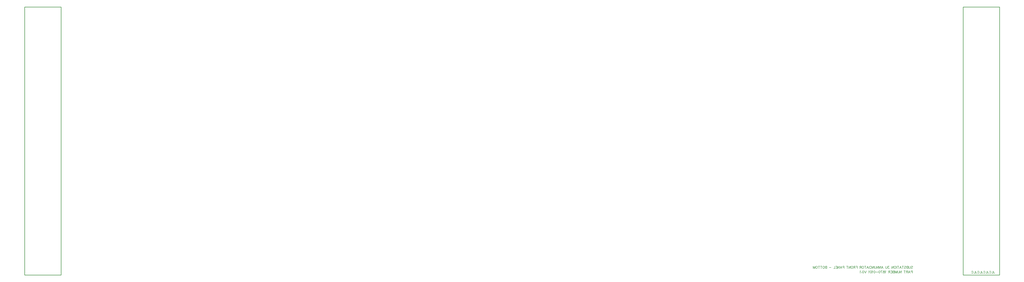
<source format=gbo>
G04 Layer: BottomSilkscreenLayer*
G04 EasyEDA v6.5.34, 2023-08-21 18:11:39*
G04 960434acb54549deb8d315a4818e8252,5a6b42c53f6a479593ecc07194224c93,10*
G04 Gerber Generator version 0.2*
G04 Scale: 100 percent, Rotated: No, Reflected: No *
G04 Dimensions in millimeters *
G04 leading zeros omitted , absolute positions ,4 integer and 5 decimal *
%FSLAX45Y45*%
%MOMM*%

%ADD10C,0.2032*%
%ADD11C,0.1520*%
%ADD12C,0.2540*%

%LPD*%
D10*
X43954522Y209938D02*
G01*
X43954522Y95394D01*
X43954522Y209938D02*
G01*
X43905431Y209938D01*
X43889068Y204485D01*
X43883613Y199031D01*
X43878159Y188122D01*
X43878159Y171757D01*
X43883613Y160849D01*
X43889068Y155394D01*
X43905431Y149938D01*
X43954522Y149938D01*
X43798523Y209938D02*
G01*
X43842157Y95394D01*
X43798523Y209938D02*
G01*
X43754885Y95394D01*
X43825795Y133576D02*
G01*
X43771251Y133576D01*
X43718886Y209938D02*
G01*
X43718886Y95394D01*
X43718886Y209938D02*
G01*
X43669795Y209938D01*
X43653433Y204485D01*
X43647977Y199031D01*
X43642522Y188122D01*
X43642522Y177213D01*
X43647977Y166303D01*
X43653433Y160849D01*
X43669795Y155394D01*
X43718886Y155394D01*
X43680705Y155394D02*
G01*
X43642522Y95394D01*
X43568340Y209938D02*
G01*
X43568340Y95394D01*
X43606521Y209938D02*
G01*
X43530159Y209938D01*
X43410159Y209938D02*
G01*
X43410159Y95394D01*
X43410159Y209938D02*
G01*
X43333797Y95394D01*
X43333797Y209938D02*
G01*
X43333797Y95394D01*
X43297795Y209938D02*
G01*
X43297795Y128122D01*
X43292341Y111757D01*
X43281432Y100849D01*
X43265069Y95394D01*
X43254160Y95394D01*
X43237795Y100849D01*
X43226888Y111757D01*
X43221432Y128122D01*
X43221432Y209938D01*
X43185433Y209938D02*
G01*
X43185433Y95394D01*
X43185433Y209938D02*
G01*
X43141795Y95394D01*
X43098161Y209938D02*
G01*
X43141795Y95394D01*
X43098161Y209938D02*
G01*
X43098161Y95394D01*
X43062159Y209938D02*
G01*
X43062159Y95394D01*
X43062159Y209938D02*
G01*
X43013068Y209938D01*
X42996705Y204485D01*
X42991252Y199031D01*
X42985796Y188122D01*
X42985796Y177213D01*
X42991252Y166303D01*
X42996705Y160849D01*
X43013068Y155394D01*
X43062159Y155394D02*
G01*
X43013068Y155394D01*
X42996705Y149938D01*
X42991252Y144485D01*
X42985796Y133576D01*
X42985796Y117213D01*
X42991252Y106304D01*
X42996705Y100849D01*
X43013068Y95394D01*
X43062159Y95394D01*
X42949797Y209938D02*
G01*
X42949797Y95394D01*
X42949797Y209938D02*
G01*
X42878888Y209938D01*
X42949797Y155394D02*
G01*
X42906160Y155394D01*
X42949797Y95394D02*
G01*
X42878888Y95394D01*
X42842888Y209938D02*
G01*
X42842888Y95394D01*
X42842888Y209938D02*
G01*
X42793798Y209938D01*
X42777432Y204485D01*
X42771979Y199031D01*
X42766523Y188122D01*
X42766523Y177213D01*
X42771979Y166303D01*
X42777432Y160849D01*
X42793798Y155394D01*
X42842888Y155394D01*
X42804707Y155394D02*
G01*
X42766523Y95394D01*
X42646523Y188122D02*
G01*
X42635614Y193575D01*
X42619251Y209938D01*
X42619251Y95394D01*
X42555980Y209938D02*
G01*
X42572343Y204485D01*
X42577796Y193575D01*
X42577796Y182666D01*
X42572343Y171757D01*
X42561433Y166303D01*
X42539615Y160849D01*
X42523252Y155394D01*
X42512343Y144485D01*
X42506889Y133576D01*
X42506889Y117213D01*
X42512343Y106304D01*
X42517796Y100849D01*
X42534161Y95394D01*
X42555980Y95394D01*
X42572343Y100849D01*
X42577796Y106304D01*
X42583252Y117213D01*
X42583252Y133576D01*
X42577796Y144485D01*
X42566889Y155394D01*
X42550524Y160849D01*
X42528705Y166303D01*
X42517796Y171757D01*
X42512343Y182666D01*
X42512343Y193575D01*
X42517796Y204485D01*
X42534161Y209938D01*
X42555980Y209938D01*
X42394525Y209938D02*
G01*
X42449071Y95394D01*
X42470887Y209938D02*
G01*
X42394525Y209938D01*
X42325798Y209938D02*
G01*
X42342160Y204485D01*
X42353069Y188122D01*
X42358525Y160849D01*
X42358525Y144485D01*
X42353069Y117213D01*
X42342160Y100849D01*
X42325798Y95394D01*
X42314888Y95394D01*
X42298526Y100849D01*
X42287616Y117213D01*
X42282160Y144485D01*
X42282160Y160849D01*
X42287616Y188122D01*
X42298526Y204485D01*
X42314888Y209938D01*
X42325798Y209938D01*
X42246161Y144485D02*
G01*
X42147980Y144485D01*
X42079252Y209938D02*
G01*
X42095615Y204485D01*
X42106524Y188122D01*
X42111980Y160849D01*
X42111980Y144485D01*
X42106524Y117213D01*
X42095615Y100849D01*
X42079252Y95394D01*
X42068343Y95394D01*
X42051980Y100849D01*
X42041071Y117213D01*
X42035615Y144485D01*
X42035615Y160849D01*
X42041071Y188122D01*
X42051980Y204485D01*
X42068343Y209938D01*
X42079252Y209938D01*
X41999616Y188122D02*
G01*
X41988706Y193575D01*
X41972344Y209938D01*
X41972344Y95394D01*
X41903616Y209938D02*
G01*
X41919979Y204485D01*
X41930888Y188122D01*
X41936344Y160849D01*
X41936344Y144485D01*
X41930888Y117213D01*
X41919979Y100849D01*
X41903616Y95394D01*
X41892707Y95394D01*
X41876345Y100849D01*
X41865435Y117213D01*
X41859979Y144485D01*
X41859979Y160849D01*
X41865435Y188122D01*
X41876345Y204485D01*
X41892707Y209938D01*
X41903616Y209938D01*
X41823980Y188122D02*
G01*
X41813071Y193575D01*
X41796708Y209938D01*
X41796708Y95394D01*
X41676708Y209938D02*
G01*
X41633071Y95394D01*
X41589436Y209938D02*
G01*
X41633071Y95394D01*
X41520709Y209938D02*
G01*
X41537072Y204485D01*
X41547981Y188122D01*
X41553437Y160849D01*
X41553437Y144485D01*
X41547981Y117213D01*
X41537072Y100849D01*
X41520709Y95394D01*
X41509800Y95394D01*
X41493437Y100849D01*
X41482528Y117213D01*
X41477072Y144485D01*
X41477072Y160849D01*
X41482528Y188122D01*
X41493437Y204485D01*
X41509800Y209938D01*
X41520709Y209938D01*
X41435616Y122666D02*
G01*
X41441072Y117213D01*
X41435616Y111757D01*
X41430163Y117213D01*
X41435616Y122666D01*
X41394164Y188122D02*
G01*
X41383254Y193575D01*
X41366892Y209938D01*
X41366892Y95394D01*
X43890773Y422150D02*
G01*
X43901682Y433059D01*
X43918045Y438513D01*
X43939863Y438513D01*
X43956226Y433059D01*
X43967135Y422150D01*
X43967135Y411241D01*
X43961682Y400331D01*
X43956226Y394878D01*
X43945317Y389423D01*
X43912589Y378513D01*
X43901682Y373059D01*
X43896226Y367606D01*
X43890773Y356697D01*
X43890773Y340332D01*
X43901682Y329423D01*
X43918045Y323969D01*
X43939863Y323969D01*
X43956226Y329423D01*
X43967135Y340332D01*
X43854771Y438513D02*
G01*
X43854771Y356697D01*
X43849317Y340332D01*
X43838408Y329423D01*
X43822045Y323969D01*
X43811136Y323969D01*
X43794771Y329423D01*
X43783864Y340332D01*
X43778408Y356697D01*
X43778408Y438513D01*
X43742409Y438513D02*
G01*
X43742409Y323969D01*
X43742409Y438513D02*
G01*
X43693318Y438513D01*
X43676953Y433059D01*
X43671500Y427606D01*
X43666046Y416697D01*
X43666046Y405787D01*
X43671500Y394878D01*
X43676953Y389423D01*
X43693318Y383969D01*
X43742409Y383969D02*
G01*
X43693318Y383969D01*
X43676953Y378513D01*
X43671500Y373059D01*
X43666046Y362150D01*
X43666046Y345787D01*
X43671500Y334878D01*
X43676953Y329423D01*
X43693318Y323969D01*
X43742409Y323969D01*
X43553682Y422150D02*
G01*
X43564591Y433059D01*
X43580954Y438513D01*
X43602772Y438513D01*
X43619136Y433059D01*
X43630044Y422150D01*
X43630044Y411241D01*
X43624591Y400331D01*
X43619136Y394878D01*
X43608226Y389423D01*
X43575500Y378513D01*
X43564591Y373059D01*
X43559135Y367606D01*
X43553682Y356697D01*
X43553682Y340332D01*
X43564591Y329423D01*
X43580954Y323969D01*
X43602772Y323969D01*
X43619136Y329423D01*
X43630044Y340332D01*
X43479501Y438513D02*
G01*
X43479501Y323969D01*
X43517682Y438513D02*
G01*
X43441317Y438513D01*
X43361683Y438513D02*
G01*
X43405318Y323969D01*
X43361683Y438513D02*
G01*
X43318046Y323969D01*
X43388955Y362150D02*
G01*
X43334409Y362150D01*
X43243865Y438513D02*
G01*
X43243865Y323969D01*
X43282047Y438513D02*
G01*
X43205681Y438513D01*
X43169682Y438513D02*
G01*
X43169682Y323969D01*
X43100955Y438513D02*
G01*
X43111864Y433059D01*
X43122773Y422150D01*
X43128227Y411241D01*
X43133683Y394878D01*
X43133683Y367606D01*
X43128227Y351241D01*
X43122773Y340332D01*
X43111864Y329423D01*
X43100955Y323969D01*
X43079136Y323969D01*
X43068227Y329423D01*
X43057320Y340332D01*
X43051864Y351241D01*
X43046411Y367606D01*
X43046411Y394878D01*
X43051864Y411241D01*
X43057320Y422150D01*
X43068227Y433059D01*
X43079136Y438513D01*
X43100955Y438513D01*
X43010409Y438513D02*
G01*
X43010409Y323969D01*
X43010409Y438513D02*
G01*
X42934046Y323969D01*
X42934046Y438513D02*
G01*
X42934046Y323969D01*
X42803137Y438513D02*
G01*
X42743137Y438513D01*
X42775865Y394878D01*
X42759502Y394878D01*
X42748593Y389423D01*
X42743137Y383969D01*
X42737684Y367606D01*
X42737684Y356697D01*
X42743137Y340332D01*
X42754047Y329423D01*
X42770409Y323969D01*
X42786774Y323969D01*
X42803137Y329423D01*
X42808593Y334878D01*
X42814046Y345787D01*
X42701684Y438513D02*
G01*
X42701684Y356697D01*
X42696229Y340332D01*
X42685319Y329423D01*
X42668957Y323969D01*
X42658047Y323969D01*
X42641685Y329423D01*
X42630775Y340332D01*
X42625319Y356697D01*
X42625319Y438513D01*
X42461685Y438513D02*
G01*
X42505320Y323969D01*
X42461685Y438513D02*
G01*
X42418048Y323969D01*
X42488957Y362150D02*
G01*
X42434410Y362150D01*
X42382048Y438513D02*
G01*
X42382048Y323969D01*
X42382048Y438513D02*
G01*
X42305683Y323969D01*
X42305683Y438513D02*
G01*
X42305683Y323969D01*
X42269684Y438513D02*
G01*
X42269684Y323969D01*
X42269684Y438513D02*
G01*
X42193321Y323969D01*
X42193321Y438513D02*
G01*
X42193321Y323969D01*
X42157322Y438513D02*
G01*
X42157322Y356697D01*
X42151866Y340332D01*
X42140957Y329423D01*
X42124594Y323969D01*
X42113685Y323969D01*
X42097322Y329423D01*
X42086413Y340332D01*
X42080957Y356697D01*
X42080957Y438513D01*
X42044957Y438513D02*
G01*
X42044957Y323969D01*
X42044957Y438513D02*
G01*
X41968595Y323969D01*
X41968595Y438513D02*
G01*
X41968595Y323969D01*
X41850777Y411241D02*
G01*
X41856230Y422150D01*
X41867140Y433059D01*
X41878049Y438513D01*
X41899867Y438513D01*
X41910777Y433059D01*
X41921686Y422150D01*
X41927139Y411241D01*
X41932593Y394878D01*
X41932593Y367606D01*
X41927139Y351241D01*
X41921686Y340332D01*
X41910777Y329423D01*
X41899867Y323969D01*
X41878049Y323969D01*
X41867140Y329423D01*
X41856230Y340332D01*
X41850777Y351241D01*
X41814775Y438513D02*
G01*
X41814775Y323969D01*
X41735141Y438513D02*
G01*
X41778775Y323969D01*
X41735141Y438513D02*
G01*
X41691504Y323969D01*
X41762413Y362150D02*
G01*
X41707866Y362150D01*
X41617323Y438513D02*
G01*
X41617323Y323969D01*
X41655504Y438513D02*
G01*
X41579139Y438513D01*
X41510412Y438513D02*
G01*
X41521321Y433059D01*
X41532230Y422150D01*
X41537686Y411241D01*
X41543140Y394878D01*
X41543140Y367606D01*
X41537686Y351241D01*
X41532230Y340332D01*
X41521321Y329423D01*
X41510412Y323969D01*
X41488596Y323969D01*
X41477686Y329423D01*
X41466777Y340332D01*
X41461321Y351241D01*
X41455868Y367606D01*
X41455868Y394878D01*
X41461321Y411241D01*
X41466777Y422150D01*
X41477686Y433059D01*
X41488596Y438513D01*
X41510412Y438513D01*
X41419868Y438513D02*
G01*
X41419868Y323969D01*
X41419868Y438513D02*
G01*
X41370778Y438513D01*
X41354413Y433059D01*
X41348959Y427606D01*
X41343503Y416697D01*
X41343503Y405787D01*
X41348959Y394878D01*
X41354413Y389423D01*
X41370778Y383969D01*
X41419868Y383969D01*
X41381687Y383969D02*
G01*
X41343503Y323969D01*
X41223504Y438513D02*
G01*
X41223504Y323969D01*
X41223504Y438513D02*
G01*
X41152594Y438513D01*
X41223504Y383969D02*
G01*
X41179869Y383969D01*
X41116595Y438513D02*
G01*
X41116595Y323969D01*
X41116595Y438513D02*
G01*
X41067504Y438513D01*
X41051142Y433059D01*
X41045686Y427606D01*
X41040232Y416697D01*
X41040232Y405787D01*
X41045686Y394878D01*
X41051142Y389423D01*
X41067504Y383969D01*
X41116595Y383969D01*
X41078414Y383969D02*
G01*
X41040232Y323969D01*
X40971505Y438513D02*
G01*
X40982414Y433059D01*
X40993324Y422150D01*
X40998777Y411241D01*
X41004233Y394878D01*
X41004233Y367606D01*
X40998777Y351241D01*
X40993324Y340332D01*
X40982414Y329423D01*
X40971505Y323969D01*
X40949686Y323969D01*
X40938777Y329423D01*
X40927868Y340332D01*
X40922414Y351241D01*
X40916959Y367606D01*
X40916959Y394878D01*
X40922414Y411241D01*
X40927868Y422150D01*
X40938777Y433059D01*
X40949686Y438513D01*
X40971505Y438513D01*
X40880959Y438513D02*
G01*
X40880959Y323969D01*
X40880959Y438513D02*
G01*
X40804597Y323969D01*
X40804597Y438513D02*
G01*
X40804597Y323969D01*
X40730413Y438513D02*
G01*
X40730413Y323969D01*
X40768597Y438513D02*
G01*
X40692232Y438513D01*
X40572232Y438513D02*
G01*
X40572232Y323969D01*
X40572232Y438513D02*
G01*
X40523142Y438513D01*
X40506779Y433059D01*
X40501323Y427606D01*
X40495870Y416697D01*
X40495870Y400331D01*
X40501323Y389423D01*
X40506779Y383969D01*
X40523142Y378513D01*
X40572232Y378513D01*
X40416233Y438513D02*
G01*
X40459870Y323969D01*
X40416233Y438513D02*
G01*
X40372596Y323969D01*
X40443505Y362150D02*
G01*
X40388961Y362150D01*
X40336597Y438513D02*
G01*
X40336597Y323969D01*
X40336597Y438513D02*
G01*
X40260234Y323969D01*
X40260234Y438513D02*
G01*
X40260234Y323969D01*
X40224235Y438513D02*
G01*
X40224235Y323969D01*
X40224235Y438513D02*
G01*
X40153325Y438513D01*
X40224235Y383969D02*
G01*
X40180597Y383969D01*
X40224235Y323969D02*
G01*
X40153325Y323969D01*
X40117326Y438513D02*
G01*
X40117326Y323969D01*
X40117326Y323969D02*
G01*
X40051870Y323969D01*
X39931870Y373059D02*
G01*
X39833689Y373059D01*
X39713689Y438513D02*
G01*
X39713689Y323969D01*
X39713689Y438513D02*
G01*
X39664599Y438513D01*
X39648234Y433059D01*
X39642780Y427606D01*
X39637327Y416697D01*
X39637327Y405787D01*
X39642780Y394878D01*
X39648234Y389423D01*
X39664599Y383969D01*
X39713689Y383969D02*
G01*
X39664599Y383969D01*
X39648234Y378513D01*
X39642780Y373059D01*
X39637327Y362150D01*
X39637327Y345787D01*
X39642780Y334878D01*
X39648234Y329423D01*
X39664599Y323969D01*
X39713689Y323969D01*
X39568600Y438513D02*
G01*
X39579509Y433059D01*
X39590416Y422150D01*
X39595872Y411241D01*
X39601325Y394878D01*
X39601325Y367606D01*
X39595872Y351241D01*
X39590416Y340332D01*
X39579509Y329423D01*
X39568600Y323969D01*
X39546781Y323969D01*
X39535872Y329423D01*
X39524962Y340332D01*
X39519509Y351241D01*
X39514053Y367606D01*
X39514053Y394878D01*
X39519509Y411241D01*
X39524962Y422150D01*
X39535872Y433059D01*
X39546781Y438513D01*
X39568600Y438513D01*
X39439872Y438513D02*
G01*
X39439872Y323969D01*
X39478054Y438513D02*
G01*
X39401691Y438513D01*
X39327508Y438513D02*
G01*
X39327508Y323969D01*
X39365689Y438513D02*
G01*
X39289327Y438513D01*
X39220599Y438513D02*
G01*
X39231509Y433059D01*
X39242418Y422150D01*
X39247871Y411241D01*
X39253327Y394878D01*
X39253327Y367606D01*
X39247871Y351241D01*
X39242418Y340332D01*
X39231509Y329423D01*
X39220599Y323969D01*
X39198781Y323969D01*
X39187871Y329423D01*
X39176962Y340332D01*
X39171509Y351241D01*
X39166055Y367606D01*
X39166055Y394878D01*
X39171509Y411241D01*
X39176962Y422150D01*
X39187871Y433059D01*
X39198781Y438513D01*
X39220599Y438513D01*
X39130053Y438513D02*
G01*
X39130053Y323969D01*
X39130053Y438513D02*
G01*
X39086419Y323969D01*
X39042781Y438513D02*
G01*
X39086419Y323969D01*
X39042781Y438513D02*
G01*
X39042781Y323969D01*
D11*
X47974143Y191551D02*
G01*
X47974143Y108424D01*
X47979340Y92837D01*
X47984534Y87642D01*
X47994925Y82448D01*
X48005316Y82448D01*
X48015707Y87642D01*
X48020904Y92837D01*
X48026099Y108424D01*
X48026099Y118816D01*
X47939853Y191551D02*
G01*
X47939853Y82448D01*
X47939853Y82448D02*
G01*
X47877509Y82448D01*
X47765286Y165574D02*
G01*
X47770483Y175966D01*
X47780874Y186357D01*
X47791263Y191551D01*
X47812045Y191551D01*
X47822436Y186357D01*
X47832827Y175966D01*
X47838024Y165574D01*
X47843219Y149987D01*
X47843219Y124010D01*
X47838024Y108424D01*
X47832827Y98033D01*
X47822436Y87642D01*
X47812045Y82448D01*
X47791263Y82448D01*
X47780874Y87642D01*
X47770483Y98033D01*
X47765286Y108424D01*
X47679043Y191551D02*
G01*
X47679043Y108424D01*
X47684237Y92837D01*
X47689434Y87642D01*
X47699823Y82448D01*
X47710214Y82448D01*
X47720605Y87642D01*
X47725802Y92837D01*
X47730996Y108424D01*
X47730996Y118816D01*
X47644753Y191551D02*
G01*
X47644753Y82448D01*
X47644753Y82448D02*
G01*
X47582406Y82448D01*
X47470184Y165574D02*
G01*
X47475381Y175966D01*
X47485772Y186357D01*
X47496163Y191551D01*
X47516943Y191551D01*
X47527334Y186357D01*
X47537725Y175966D01*
X47542922Y165574D01*
X47548116Y149987D01*
X47548116Y124010D01*
X47542922Y108424D01*
X47537725Y98033D01*
X47527334Y87642D01*
X47516943Y82448D01*
X47496163Y82448D01*
X47485772Y87642D01*
X47475381Y98033D01*
X47470184Y108424D01*
X47383941Y191551D02*
G01*
X47383941Y108424D01*
X47389135Y92837D01*
X47394332Y87642D01*
X47404723Y82448D01*
X47415114Y82448D01*
X47425503Y87642D01*
X47430700Y92837D01*
X47435894Y108424D01*
X47435894Y118816D01*
X47349651Y191551D02*
G01*
X47349651Y82448D01*
X47349651Y82448D02*
G01*
X47287304Y82448D01*
X47175084Y165574D02*
G01*
X47180279Y175966D01*
X47190670Y186357D01*
X47201061Y191551D01*
X47221843Y191551D01*
X47232234Y186357D01*
X47242623Y175966D01*
X47247820Y165574D01*
X47253014Y149987D01*
X47253014Y124010D01*
X47247820Y108424D01*
X47242623Y98033D01*
X47232234Y87642D01*
X47221843Y82448D01*
X47201061Y82448D01*
X47190670Y87642D01*
X47180279Y98033D01*
X47175084Y108424D01*
X47088839Y191551D02*
G01*
X47088839Y108424D01*
X47094033Y92837D01*
X47099230Y87642D01*
X47109621Y82448D01*
X47120012Y82448D01*
X47130403Y87642D01*
X47135597Y92837D01*
X47140794Y108424D01*
X47140794Y118816D01*
X47054549Y191551D02*
G01*
X47054549Y82448D01*
X47054549Y82448D02*
G01*
X46992204Y82448D01*
X46879982Y165574D02*
G01*
X46885176Y175966D01*
X46895567Y186357D01*
X46905959Y191551D01*
X46926741Y191551D01*
X46937132Y186357D01*
X46947523Y175966D01*
X46952717Y165574D01*
X46957914Y149987D01*
X46957914Y124010D01*
X46952717Y108424D01*
X46947523Y98033D01*
X46937132Y87642D01*
X46926741Y82448D01*
X46905959Y82448D01*
X46895567Y87642D01*
X46885176Y98033D01*
X46879982Y108424D01*
D12*
X0Y13299973D02*
G01*
X1799996Y13299973D01*
X1799996Y0D01*
X0Y0D01*
X0Y13299973D01*
X46463991Y13296900D02*
G01*
X48263987Y13296900D01*
X48263987Y-3073D01*
X46463991Y-3073D01*
X46463991Y13296900D01*
M02*

</source>
